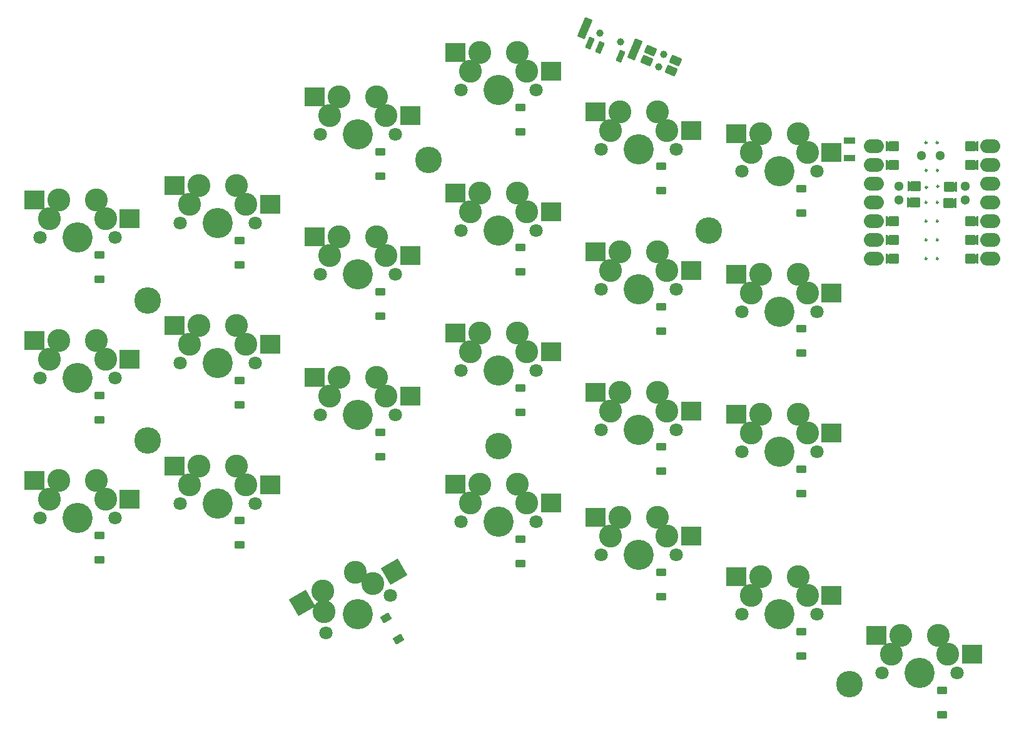
<source format=gbr>
%TF.GenerationSoftware,KiCad,Pcbnew,(6.0.9)*%
%TF.CreationDate,2023-04-16T18:35:51+02:00*%
%TF.ProjectId,iteMX_pcb,6974654d-585f-4706-9362-2e6b69636164,v1.0.0*%
%TF.SameCoordinates,Original*%
%TF.FileFunction,Soldermask,Top*%
%TF.FilePolarity,Negative*%
%FSLAX46Y46*%
G04 Gerber Fmt 4.6, Leading zero omitted, Abs format (unit mm)*
G04 Created by KiCad (PCBNEW (6.0.9)) date 2023-04-16 18:35:51*
%MOMM*%
%LPD*%
G01*
G04 APERTURE LIST*
G04 Aperture macros list*
%AMRoundRect*
0 Rectangle with rounded corners*
0 $1 Rounding radius*
0 $2 $3 $4 $5 $6 $7 $8 $9 X,Y pos of 4 corners*
0 Add a 4 corners polygon primitive as box body*
4,1,4,$2,$3,$4,$5,$6,$7,$8,$9,$2,$3,0*
0 Add four circle primitives for the rounded corners*
1,1,$1+$1,$2,$3*
1,1,$1+$1,$4,$5*
1,1,$1+$1,$6,$7*
1,1,$1+$1,$8,$9*
0 Add four rect primitives between the rounded corners*
20,1,$1+$1,$2,$3,$4,$5,0*
20,1,$1+$1,$4,$5,$6,$7,0*
20,1,$1+$1,$6,$7,$8,$9,0*
20,1,$1+$1,$8,$9,$2,$3,0*%
%AMFreePoly0*
4,1,14,0.635355,0.435355,0.650000,0.400000,0.650000,0.200000,0.635355,0.164645,0.035355,-0.435355,0.000000,-0.450000,-0.035355,-0.435355,-0.635355,0.164645,-0.650000,0.200000,-0.650000,0.400000,-0.635355,0.435355,-0.600000,0.450000,0.600000,0.450000,0.635355,0.435355,0.635355,0.435355,$1*%
%AMFreePoly1*
4,1,16,0.635355,1.035355,0.650000,1.000000,0.650000,-0.250000,0.635355,-0.285355,0.600000,-0.300000,-0.600000,-0.300000,-0.635355,-0.285355,-0.650000,-0.250000,-0.650000,1.000000,-0.635355,1.035355,-0.600000,1.050000,-0.564645,1.035355,0.000000,0.470710,0.564645,1.035355,0.600000,1.050000,0.635355,1.035355,0.635355,1.035355,$1*%
G04 Aperture macros list end*
%ADD10C,0.250000*%
%ADD11C,0.100000*%
%ADD12C,1.801800*%
%ADD13C,3.100000*%
%ADD14C,4.087800*%
%ADD15RoundRect,0.050000X1.275000X1.250000X-1.275000X1.250000X-1.275000X-1.250000X1.275000X-1.250000X0*%
%ADD16C,3.600000*%
%ADD17C,1.000000*%
%ADD18RoundRect,0.050000X-0.989890X-1.064585X-0.068027X-1.452101X0.989890X1.064585X0.068027X1.452101X0*%
%ADD19RoundRect,0.050000X-0.613289X-0.555767X0.032015X-0.827028X0.613289X0.555767X-0.032015X0.827028X0*%
%ADD20RoundRect,0.050000X0.744615X-0.089711X0.294615X0.689711X-0.744615X0.089711X-0.294615X-0.689711X0*%
%ADD21RoundRect,0.050000X0.600000X-0.450000X0.600000X0.450000X-0.600000X0.450000X-0.600000X-0.450000X0*%
%ADD22FreePoly0,90.000000*%
%ADD23FreePoly0,270.000000*%
%ADD24O,2.700000X1.900000*%
%ADD25FreePoly1,270.000000*%
%ADD26C,1.300000*%
%ADD27FreePoly1,90.000000*%
%ADD28RoundRect,0.050000X0.441859X-0.755239X0.848750X0.212717X-0.441859X0.755239X-0.848750X-0.212717X0*%
%ADD29RoundRect,0.050000X0.479182X1.720032X-1.729182X0.445032X-0.479182X-1.720032X1.729182X-0.445032X0*%
%ADD30RoundRect,0.050000X0.750000X-0.400000X0.750000X0.400000X-0.750000X0.400000X-0.750000X-0.400000X0*%
G04 APERTURE END LIST*
D10*
%TO.C,REF\u002A\u002A*%
X116517000Y35152000D02*
G75*
G03*
X116517000Y35152000I-125000J0D01*
G01*
X116517000Y42772000D02*
G75*
G03*
X116517000Y42772000I-125000J0D01*
G01*
X115050000Y44825000D02*
G75*
G03*
X115050000Y44825000I-125000J0D01*
G01*
X114993000Y37692000D02*
G75*
G03*
X114993000Y37692000I-125000J0D01*
G01*
X114993000Y42772000D02*
G75*
G03*
X114993000Y42772000I-125000J0D01*
G01*
X116509000Y50885000D02*
G75*
G03*
X116509000Y50885000I-125000J0D01*
G01*
X114995000Y47120000D02*
G75*
G03*
X114995000Y47120000I-125000J0D01*
G01*
X116519000Y47120000D02*
G75*
G03*
X116519000Y47120000I-125000J0D01*
G01*
X114993000Y40232000D02*
G75*
G03*
X114993000Y40232000I-125000J0D01*
G01*
X116574000Y44975000D02*
G75*
G03*
X116574000Y44975000I-125000J0D01*
G01*
X116517000Y37692000D02*
G75*
G03*
X116517000Y37692000I-125000J0D01*
G01*
X114985000Y50885000D02*
G75*
G03*
X114985000Y50885000I-125000J0D01*
G01*
X114993000Y35152000D02*
G75*
G03*
X114993000Y35152000I-125000J0D01*
G01*
X116517000Y40232000D02*
G75*
G03*
X116517000Y40232000I-125000J0D01*
G01*
G36*
X110550000Y39724000D02*
G01*
X109534000Y39724000D01*
X109534000Y40740000D01*
X110550000Y40740000D01*
X110550000Y39724000D01*
G37*
D11*
X110550000Y39724000D02*
X109534000Y39724000D01*
X109534000Y40740000D01*
X110550000Y40740000D01*
X110550000Y39724000D01*
G36*
X121726000Y49884000D02*
G01*
X120710000Y49884000D01*
X120710000Y50900000D01*
X121726000Y50900000D01*
X121726000Y49884000D01*
G37*
X121726000Y49884000D02*
X120710000Y49884000D01*
X120710000Y50900000D01*
X121726000Y50900000D01*
X121726000Y49884000D01*
G36*
X121726000Y39724000D02*
G01*
X120710000Y39724000D01*
X120710000Y40740000D01*
X121726000Y40740000D01*
X121726000Y39724000D01*
G37*
X121726000Y39724000D02*
X120710000Y39724000D01*
X120710000Y40740000D01*
X121726000Y40740000D01*
X121726000Y39724000D01*
G36*
X121726000Y47344000D02*
G01*
X120710000Y47344000D01*
X120710000Y48360000D01*
X121726000Y48360000D01*
X121726000Y47344000D01*
G37*
X121726000Y47344000D02*
X120710000Y47344000D01*
X120710000Y48360000D01*
X121726000Y48360000D01*
X121726000Y47344000D01*
G36*
X110550000Y49884000D02*
G01*
X109534000Y49884000D01*
X109534000Y50900000D01*
X110550000Y50900000D01*
X110550000Y49884000D01*
G37*
X110550000Y49884000D02*
X109534000Y49884000D01*
X109534000Y50900000D01*
X110550000Y50900000D01*
X110550000Y49884000D01*
G36*
X118857000Y44413000D02*
G01*
X117841000Y44413000D01*
X117841000Y45429000D01*
X118857000Y45429000D01*
X118857000Y44413000D01*
G37*
X118857000Y44413000D02*
X117841000Y44413000D01*
X117841000Y45429000D01*
X118857000Y45429000D01*
X118857000Y44413000D01*
G36*
X121726000Y37184000D02*
G01*
X120710000Y37184000D01*
X120710000Y38200000D01*
X121726000Y38200000D01*
X121726000Y37184000D01*
G37*
X121726000Y37184000D02*
X120710000Y37184000D01*
X120710000Y38200000D01*
X121726000Y38200000D01*
X121726000Y37184000D01*
G36*
X110550000Y37184000D02*
G01*
X109534000Y37184000D01*
X109534000Y38200000D01*
X110550000Y38200000D01*
X110550000Y37184000D01*
G37*
X110550000Y37184000D02*
X109534000Y37184000D01*
X109534000Y38200000D01*
X110550000Y38200000D01*
X110550000Y37184000D01*
G36*
X110550000Y34644000D02*
G01*
X109534000Y34644000D01*
X109534000Y35660000D01*
X110550000Y35660000D01*
X110550000Y34644000D01*
G37*
X110550000Y34644000D02*
X109534000Y34644000D01*
X109534000Y35660000D01*
X110550000Y35660000D01*
X110550000Y34644000D01*
G36*
X113557000Y44467000D02*
G01*
X112541000Y44467000D01*
X112541000Y45483000D01*
X113557000Y45483000D01*
X113557000Y44467000D01*
G37*
X113557000Y44467000D02*
X112541000Y44467000D01*
X112541000Y45483000D01*
X113557000Y45483000D01*
X113557000Y44467000D01*
G36*
X110550000Y47344000D02*
G01*
X109534000Y47344000D01*
X109534000Y48360000D01*
X110550000Y48360000D01*
X110550000Y47344000D01*
G37*
X110550000Y47344000D02*
X109534000Y47344000D01*
X109534000Y48360000D01*
X110550000Y48360000D01*
X110550000Y47344000D01*
G36*
X118800000Y42210000D02*
G01*
X117784000Y42210000D01*
X117784000Y43226000D01*
X118800000Y43226000D01*
X118800000Y42210000D01*
G37*
X118800000Y42210000D02*
X117784000Y42210000D01*
X117784000Y43226000D01*
X118800000Y43226000D01*
X118800000Y42210000D01*
G36*
X113500000Y42264000D02*
G01*
X112484000Y42264000D01*
X112484000Y43280000D01*
X113500000Y43280000D01*
X113500000Y42264000D01*
G37*
X113500000Y42264000D02*
X112484000Y42264000D01*
X112484000Y43280000D01*
X113500000Y43280000D01*
X113500000Y42264000D01*
G36*
X121726000Y34644000D02*
G01*
X120710000Y34644000D01*
X120710000Y35660000D01*
X121726000Y35660000D01*
X121726000Y34644000D01*
G37*
X121726000Y34644000D02*
X120710000Y34644000D01*
X120710000Y35660000D01*
X121726000Y35660000D01*
X121726000Y34644000D01*
%TD*%
D12*
%TO.C,S3*%
X-5080000Y38000000D03*
D13*
X-3810000Y40540000D03*
X3810000Y40540000D03*
X-2540000Y43080000D03*
D14*
X0Y38000000D03*
D12*
X5080000Y38000000D03*
D13*
X2540000Y43080000D03*
D15*
X7085000Y40540000D03*
X-5842000Y43080000D03*
%TD*%
D16*
%TO.C,*%
X104500000Y-22500000D03*
%TD*%
D17*
%TO.C,*%
X73510675Y64522941D03*
D18*
X75436491Y63556113D03*
D17*
X70745085Y65685488D03*
D18*
X68706890Y66384977D03*
D17*
X70745085Y65685488D03*
X73510675Y64522941D03*
D19*
X73520045Y62609826D03*
X70754455Y63772372D03*
X69371661Y64353646D03*
%TD*%
D13*
%TO.C,S2*%
X-2540000Y24080000D03*
X-3810000Y21540000D03*
X2540000Y24080000D03*
X3810000Y21540000D03*
D12*
X-5080000Y19000000D03*
D14*
X0Y19000000D03*
D12*
X5080000Y19000000D03*
D15*
X7085000Y21540000D03*
X-5842000Y24080000D03*
%TD*%
D13*
%TO.C,S1*%
X2540000Y5080000D03*
D12*
X-5080000Y0D03*
X5080000Y0D03*
D13*
X3810000Y2540000D03*
X-3810000Y2540000D03*
D14*
X0Y0D03*
D13*
X-2540000Y5080000D03*
D15*
X7085000Y2540000D03*
X-5842000Y5080000D03*
%TD*%
D13*
%TO.C,S8*%
X35460000Y38080000D03*
D12*
X32920000Y33000000D03*
D14*
X38000000Y33000000D03*
D13*
X34190000Y35540000D03*
D12*
X43080000Y33000000D03*
D13*
X41810000Y35540000D03*
X40540000Y38080000D03*
D15*
X45085000Y35540000D03*
X32158000Y38080000D03*
%TD*%
D20*
%TO.C,D19*%
X43423076Y-16393044D03*
X43423076Y-16393044D03*
X41773076Y-13535160D03*
%TD*%
D12*
%TO.C,S22*%
X89920000Y-13000000D03*
D13*
X91190000Y-10460000D03*
X92460000Y-7920000D03*
X98810000Y-10460000D03*
D14*
X95000000Y-13000000D03*
D13*
X97540000Y-7920000D03*
D12*
X100080000Y-13000000D03*
D15*
X102085000Y-10460000D03*
X89158000Y-7920000D03*
%TD*%
D13*
%TO.C,S10*%
X60810000Y22540000D03*
X59540000Y25080000D03*
D12*
X62080000Y20000000D03*
D14*
X57000000Y20000000D03*
D13*
X53190000Y22540000D03*
D12*
X51920000Y20000000D03*
D13*
X54460000Y25080000D03*
D15*
X64085000Y22540000D03*
X51158000Y25080000D03*
%TD*%
D21*
%TO.C,D18*%
X98000000Y41350000D03*
X98000000Y41350000D03*
X98000000Y44650000D03*
%TD*%
D13*
%TO.C,S5*%
X21540000Y26080000D03*
D14*
X19000000Y21000000D03*
D12*
X24080000Y21000000D03*
D13*
X16460000Y26080000D03*
X22810000Y23540000D03*
X15190000Y23540000D03*
D12*
X13920000Y21000000D03*
D15*
X26085000Y23540000D03*
X13158000Y26080000D03*
%TD*%
D21*
%TO.C,D15*%
X79000000Y44350000D03*
X79000000Y44350000D03*
X79000000Y47650000D03*
%TD*%
%TO.C,D10*%
X60000000Y14350000D03*
X60000000Y14350000D03*
X60000000Y17650000D03*
%TD*%
D16*
%TO.C,*%
X9500000Y29500000D03*
%TD*%
D21*
%TO.C,D20*%
X60000000Y-6150000D03*
X60000000Y-6150000D03*
X60000000Y-2850000D03*
%TD*%
D22*
%TO.C,REF\u002A\u002A*%
X109808000Y35152000D03*
D23*
X121492000Y40232000D03*
D24*
X123530000Y50400000D03*
D22*
X109808000Y37692000D03*
D24*
X107830000Y40240000D03*
X107830000Y35160000D03*
D22*
X112758000Y42772000D03*
X109808000Y50392000D03*
D24*
X107830000Y42780000D03*
D22*
X109808000Y40232000D03*
D24*
X123530000Y40240000D03*
X123530000Y35160000D03*
D22*
X109808000Y47852000D03*
D23*
X121492000Y47852000D03*
X118566000Y42718000D03*
D24*
X123530000Y45320000D03*
X107830000Y45320000D03*
D23*
X118623000Y44921000D03*
D24*
X107830000Y50400000D03*
X123530000Y47860000D03*
D23*
X121492000Y35152000D03*
D24*
X123530000Y42780000D03*
D23*
X121492000Y50392000D03*
X121492000Y37692000D03*
D24*
X123530000Y37700000D03*
D22*
X112815000Y44975000D03*
D24*
X107830000Y47860000D03*
X107830000Y37700000D03*
D25*
X120476000Y50392000D03*
D26*
X120138100Y45000000D03*
X111171900Y44990000D03*
D25*
X120476000Y47852000D03*
X117607000Y44921000D03*
X117550000Y42718000D03*
X120476000Y40232000D03*
X120476000Y37692000D03*
X120476000Y35152000D03*
D27*
X110824000Y35152000D03*
X110824000Y37692000D03*
X110824000Y40232000D03*
X113774000Y42772000D03*
X113831000Y44975000D03*
X110824000Y47852000D03*
X110824000Y50392000D03*
D26*
X120138100Y43091000D03*
X111171900Y43081000D03*
X114230000Y49104000D03*
X116770000Y49104000D03*
%TD*%
D13*
%TO.C,S4*%
X16460000Y7080000D03*
X22810000Y4540000D03*
X21540000Y7080000D03*
D12*
X13920000Y2000000D03*
D13*
X15190000Y4540000D03*
D14*
X19000000Y2000000D03*
D12*
X24080000Y2000000D03*
D15*
X26085000Y4540000D03*
X13158000Y7080000D03*
%TD*%
D14*
%TO.C,S20*%
X57000000Y-500000D03*
D13*
X59540000Y4580000D03*
X53190000Y2040000D03*
X60810000Y2040000D03*
D12*
X51920000Y-500000D03*
D13*
X54460000Y4580000D03*
D12*
X62080000Y-500000D03*
D15*
X64085000Y2040000D03*
X51158000Y4580000D03*
%TD*%
D21*
%TO.C,D3*%
X3000000Y32350000D03*
X3000000Y32350000D03*
X3000000Y35650000D03*
%TD*%
%TO.C,D1*%
X3000000Y-5650000D03*
X3000000Y-5650000D03*
X3000000Y-2350000D03*
%TD*%
%TO.C,D9*%
X41000000Y46350000D03*
X41000000Y46350000D03*
X41000000Y49650000D03*
%TD*%
D16*
%TO.C,*%
X9500000Y10500000D03*
%TD*%
D12*
%TO.C,S6*%
X13920000Y40000000D03*
D13*
X22810000Y42540000D03*
D14*
X19000000Y40000000D03*
D13*
X16460000Y45080000D03*
X15190000Y42540000D03*
X21540000Y45080000D03*
D12*
X24080000Y40000000D03*
D15*
X26085000Y42540000D03*
X13158000Y45080000D03*
%TD*%
D21*
%TO.C,D8*%
X41000000Y27350000D03*
X41000000Y27350000D03*
X41000000Y30650000D03*
%TD*%
D12*
%TO.C,S14*%
X81080000Y31000000D03*
D13*
X73460000Y36080000D03*
X78540000Y36080000D03*
X79810000Y33540000D03*
D12*
X70920000Y31000000D03*
D13*
X72190000Y33540000D03*
D14*
X76000000Y31000000D03*
D15*
X83085000Y33540000D03*
X70158000Y36080000D03*
%TD*%
D13*
%TO.C,S13*%
X79810000Y14540000D03*
D12*
X81080000Y12000000D03*
D13*
X78540000Y17080000D03*
D12*
X70920000Y12000000D03*
D13*
X73460000Y17080000D03*
X72190000Y14540000D03*
D14*
X76000000Y12000000D03*
D15*
X83085000Y14540000D03*
X70158000Y17080000D03*
%TD*%
D12*
%TO.C,S15*%
X70920000Y50000000D03*
D14*
X76000000Y50000000D03*
D13*
X78540000Y55080000D03*
D12*
X81080000Y50000000D03*
D13*
X72190000Y52540000D03*
X73460000Y55080000D03*
X79810000Y52540000D03*
D15*
X83085000Y52540000D03*
X70158000Y55080000D03*
%TD*%
D14*
%TO.C,S11*%
X57000000Y39000000D03*
D13*
X53190000Y41540000D03*
X59540000Y44080000D03*
D12*
X62080000Y39000000D03*
X51920000Y39000000D03*
D13*
X60810000Y41540000D03*
X54460000Y44080000D03*
D15*
X64085000Y41540000D03*
X51158000Y44080000D03*
%TD*%
D21*
%TO.C,D13*%
X79000000Y6350000D03*
X79000000Y6350000D03*
X79000000Y9650000D03*
%TD*%
D17*
%TO.C,REF\u002A\u002A*%
X78651236Y61170323D03*
X79348764Y62829677D03*
X79348764Y62829677D03*
X78651236Y61170323D03*
D28*
X80940302Y61970823D03*
X77621595Y63365879D03*
X77059698Y62029177D03*
X80378405Y60634121D03*
%TD*%
D21*
%TO.C,D23*%
X117000000Y-26650000D03*
X117000000Y-26650000D03*
X117000000Y-23350000D03*
%TD*%
%TO.C,D5*%
X22000000Y15350000D03*
X22000000Y15350000D03*
X22000000Y18650000D03*
%TD*%
D16*
%TO.C,*%
X57000000Y9750000D03*
%TD*%
D13*
%TO.C,S21*%
X72190000Y-2460000D03*
D14*
X76000000Y-5000000D03*
D13*
X78540000Y80000D03*
X73460000Y80000D03*
X79810000Y-2460000D03*
D12*
X81080000Y-5000000D03*
X70920000Y-5000000D03*
D15*
X83085000Y-2460000D03*
X70158000Y80000D03*
%TD*%
D21*
%TO.C,D12*%
X60000000Y52350000D03*
X60000000Y52350000D03*
X60000000Y55650000D03*
%TD*%
D14*
%TO.C,S12*%
X57000000Y58000000D03*
D13*
X60810000Y60540000D03*
X53190000Y60540000D03*
D12*
X62080000Y58000000D03*
X51920000Y58000000D03*
D13*
X59540000Y63080000D03*
X54460000Y63080000D03*
D15*
X64085000Y60540000D03*
X51158000Y63080000D03*
%TD*%
D13*
%TO.C,S16*%
X98810000Y11540000D03*
X97540000Y14080000D03*
D12*
X100080000Y9000000D03*
D14*
X95000000Y9000000D03*
D13*
X92460000Y14080000D03*
D12*
X89920000Y9000000D03*
D13*
X91190000Y11540000D03*
D15*
X102085000Y11540000D03*
X89158000Y14080000D03*
%TD*%
D21*
%TO.C,D21*%
X79000000Y-10650000D03*
X79000000Y-10650000D03*
X79000000Y-7350000D03*
%TD*%
%TO.C,D17*%
X98000000Y22350000D03*
X98000000Y22350000D03*
X98000000Y25650000D03*
%TD*%
%TO.C,D16*%
X98000000Y3350000D03*
X98000000Y3350000D03*
X98000000Y6650000D03*
%TD*%
D13*
%TO.C,S18*%
X91190000Y49540000D03*
D14*
X95000000Y47000000D03*
D12*
X89920000Y47000000D03*
X100080000Y47000000D03*
D13*
X98810000Y49540000D03*
X92460000Y52080000D03*
X97540000Y52080000D03*
D15*
X102085000Y49540000D03*
X89158000Y52080000D03*
%TD*%
D14*
%TO.C,S19*%
X38000000Y-13000000D03*
D13*
X33260295Y-9870591D03*
D12*
X33600591Y-15540000D03*
D13*
X33430443Y-12705295D03*
D12*
X42399409Y-10460000D03*
D13*
X40029557Y-8895295D03*
X37659705Y-7330591D03*
D29*
X42865790Y-7257795D03*
X30400680Y-11521591D03*
%TD*%
D21*
%TO.C,D11*%
X60000000Y33350000D03*
X60000000Y33350000D03*
X60000000Y36650000D03*
%TD*%
D13*
%TO.C,S7*%
X34190000Y16540000D03*
D12*
X32920000Y14000000D03*
D13*
X35460000Y19080000D03*
X41810000Y16540000D03*
X40540000Y19080000D03*
D14*
X38000000Y14000000D03*
D12*
X43080000Y14000000D03*
D15*
X45085000Y16540000D03*
X32158000Y19080000D03*
%TD*%
D21*
%TO.C,D14*%
X79000000Y25350000D03*
X79000000Y25350000D03*
X79000000Y28650000D03*
%TD*%
%TO.C,D4*%
X22000000Y-3650000D03*
X22000000Y-3650000D03*
X22000000Y-350000D03*
%TD*%
D30*
%TO.C,D25*%
X104500000Y48800000D03*
X104500000Y51200000D03*
%TD*%
D16*
%TO.C,*%
X85500000Y39000000D03*
%TD*%
D21*
%TO.C,D7*%
X41000000Y8350000D03*
X41000000Y8350000D03*
X41000000Y11650000D03*
%TD*%
D13*
%TO.C,S9*%
X41810000Y54540000D03*
D12*
X43080000Y52000000D03*
D14*
X38000000Y52000000D03*
D13*
X40540000Y57080000D03*
X34190000Y54540000D03*
X35460000Y57080000D03*
D12*
X32920000Y52000000D03*
D15*
X45085000Y54540000D03*
X32158000Y57080000D03*
%TD*%
D21*
%TO.C,D2*%
X3000000Y13350000D03*
X3000000Y13350000D03*
X3000000Y16650000D03*
%TD*%
%TO.C,D6*%
X22000000Y34350000D03*
X22000000Y34350000D03*
X22000000Y37650000D03*
%TD*%
D14*
%TO.C,S23*%
X114000000Y-21000000D03*
D13*
X111460000Y-15920000D03*
X116540000Y-15920000D03*
D12*
X119080000Y-21000000D03*
D13*
X117810000Y-18460000D03*
X110190000Y-18460000D03*
D12*
X108920000Y-21000000D03*
D15*
X121085000Y-18460000D03*
X108158000Y-15920000D03*
%TD*%
D21*
%TO.C,D22*%
X98000000Y-18650000D03*
X98000000Y-18650000D03*
X98000000Y-15350000D03*
%TD*%
D13*
%TO.C,S17*%
X98810000Y30540000D03*
X92460000Y33080000D03*
X97540000Y33080000D03*
D12*
X89920000Y28000000D03*
X100080000Y28000000D03*
D14*
X95000000Y28000000D03*
D13*
X91190000Y30540000D03*
D15*
X102085000Y30540000D03*
X89158000Y33080000D03*
%TD*%
D16*
%TO.C,*%
X47500000Y48500000D03*
%TD*%
M02*

</source>
